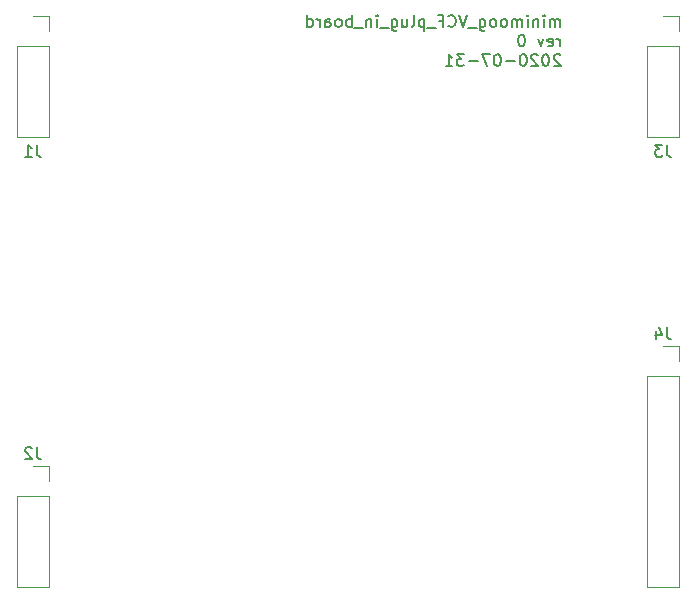
<source format=gbr>
G04 #@! TF.GenerationSoftware,KiCad,Pcbnew,5.1.6-c6e7f7d~87~ubuntu18.04.1*
G04 #@! TF.CreationDate,2020-08-02T08:38:56-04:00*
G04 #@! TF.ProjectId,minimoog_LPF,6d696e69-6d6f-46f6-975f-4c50462e6b69,0*
G04 #@! TF.SameCoordinates,Original*
G04 #@! TF.FileFunction,Legend,Bot*
G04 #@! TF.FilePolarity,Positive*
%FSLAX46Y46*%
G04 Gerber Fmt 4.6, Leading zero omitted, Abs format (unit mm)*
G04 Created by KiCad (PCBNEW 5.1.6-c6e7f7d~87~ubuntu18.04.1) date 2020-08-02 08:38:56*
%MOMM*%
%LPD*%
G01*
G04 APERTURE LIST*
%ADD10C,0.150000*%
%ADD11C,0.120000*%
G04 APERTURE END LIST*
D10*
X174137004Y-78380580D02*
X174137004Y-77713914D01*
X174137004Y-77809152D02*
X174089385Y-77761533D01*
X173994147Y-77713914D01*
X173851290Y-77713914D01*
X173756052Y-77761533D01*
X173708433Y-77856771D01*
X173708433Y-78380580D01*
X173708433Y-77856771D02*
X173660814Y-77761533D01*
X173565576Y-77713914D01*
X173422719Y-77713914D01*
X173327480Y-77761533D01*
X173279861Y-77856771D01*
X173279861Y-78380580D01*
X172803671Y-78380580D02*
X172803671Y-77713914D01*
X172803671Y-77380580D02*
X172851290Y-77428200D01*
X172803671Y-77475819D01*
X172756052Y-77428200D01*
X172803671Y-77380580D01*
X172803671Y-77475819D01*
X172327480Y-77713914D02*
X172327480Y-78380580D01*
X172327480Y-77809152D02*
X172279861Y-77761533D01*
X172184623Y-77713914D01*
X172041766Y-77713914D01*
X171946528Y-77761533D01*
X171898909Y-77856771D01*
X171898909Y-78380580D01*
X171422719Y-78380580D02*
X171422719Y-77713914D01*
X171422719Y-77380580D02*
X171470338Y-77428200D01*
X171422719Y-77475819D01*
X171375100Y-77428200D01*
X171422719Y-77380580D01*
X171422719Y-77475819D01*
X170946528Y-78380580D02*
X170946528Y-77713914D01*
X170946528Y-77809152D02*
X170898909Y-77761533D01*
X170803671Y-77713914D01*
X170660814Y-77713914D01*
X170565576Y-77761533D01*
X170517957Y-77856771D01*
X170517957Y-78380580D01*
X170517957Y-77856771D02*
X170470338Y-77761533D01*
X170375100Y-77713914D01*
X170232242Y-77713914D01*
X170137004Y-77761533D01*
X170089385Y-77856771D01*
X170089385Y-78380580D01*
X169470338Y-78380580D02*
X169565576Y-78332961D01*
X169613195Y-78285342D01*
X169660814Y-78190104D01*
X169660814Y-77904390D01*
X169613195Y-77809152D01*
X169565576Y-77761533D01*
X169470338Y-77713914D01*
X169327480Y-77713914D01*
X169232242Y-77761533D01*
X169184623Y-77809152D01*
X169137004Y-77904390D01*
X169137004Y-78190104D01*
X169184623Y-78285342D01*
X169232242Y-78332961D01*
X169327480Y-78380580D01*
X169470338Y-78380580D01*
X168565576Y-78380580D02*
X168660814Y-78332961D01*
X168708433Y-78285342D01*
X168756052Y-78190104D01*
X168756052Y-77904390D01*
X168708433Y-77809152D01*
X168660814Y-77761533D01*
X168565576Y-77713914D01*
X168422719Y-77713914D01*
X168327480Y-77761533D01*
X168279861Y-77809152D01*
X168232242Y-77904390D01*
X168232242Y-78190104D01*
X168279861Y-78285342D01*
X168327480Y-78332961D01*
X168422719Y-78380580D01*
X168565576Y-78380580D01*
X167375100Y-77713914D02*
X167375100Y-78523438D01*
X167422719Y-78618676D01*
X167470338Y-78666295D01*
X167565576Y-78713914D01*
X167708433Y-78713914D01*
X167803671Y-78666295D01*
X167375100Y-78332961D02*
X167470338Y-78380580D01*
X167660814Y-78380580D01*
X167756052Y-78332961D01*
X167803671Y-78285342D01*
X167851290Y-78190104D01*
X167851290Y-77904390D01*
X167803671Y-77809152D01*
X167756052Y-77761533D01*
X167660814Y-77713914D01*
X167470338Y-77713914D01*
X167375100Y-77761533D01*
X167137004Y-78475819D02*
X166375100Y-78475819D01*
X166279861Y-77380580D02*
X165946528Y-78380580D01*
X165613195Y-77380580D01*
X164708433Y-78285342D02*
X164756052Y-78332961D01*
X164898909Y-78380580D01*
X164994147Y-78380580D01*
X165137004Y-78332961D01*
X165232242Y-78237723D01*
X165279861Y-78142485D01*
X165327480Y-77952009D01*
X165327480Y-77809152D01*
X165279861Y-77618676D01*
X165232242Y-77523438D01*
X165137004Y-77428200D01*
X164994147Y-77380580D01*
X164898909Y-77380580D01*
X164756052Y-77428200D01*
X164708433Y-77475819D01*
X163946528Y-77856771D02*
X164279861Y-77856771D01*
X164279861Y-78380580D02*
X164279861Y-77380580D01*
X163803671Y-77380580D01*
X163660814Y-78475819D02*
X162898909Y-78475819D01*
X162660814Y-77713914D02*
X162660814Y-78713914D01*
X162660814Y-77761533D02*
X162565576Y-77713914D01*
X162375100Y-77713914D01*
X162279861Y-77761533D01*
X162232242Y-77809152D01*
X162184623Y-77904390D01*
X162184623Y-78190104D01*
X162232242Y-78285342D01*
X162279861Y-78332961D01*
X162375100Y-78380580D01*
X162565576Y-78380580D01*
X162660814Y-78332961D01*
X161613195Y-78380580D02*
X161708433Y-78332961D01*
X161756052Y-78237723D01*
X161756052Y-77380580D01*
X160803671Y-77713914D02*
X160803671Y-78380580D01*
X161232242Y-77713914D02*
X161232242Y-78237723D01*
X161184623Y-78332961D01*
X161089385Y-78380580D01*
X160946528Y-78380580D01*
X160851290Y-78332961D01*
X160803671Y-78285342D01*
X159898909Y-77713914D02*
X159898909Y-78523438D01*
X159946528Y-78618676D01*
X159994147Y-78666295D01*
X160089385Y-78713914D01*
X160232242Y-78713914D01*
X160327480Y-78666295D01*
X159898909Y-78332961D02*
X159994147Y-78380580D01*
X160184623Y-78380580D01*
X160279861Y-78332961D01*
X160327480Y-78285342D01*
X160375100Y-78190104D01*
X160375100Y-77904390D01*
X160327480Y-77809152D01*
X160279861Y-77761533D01*
X160184623Y-77713914D01*
X159994147Y-77713914D01*
X159898909Y-77761533D01*
X159660814Y-78475819D02*
X158898909Y-78475819D01*
X158660814Y-78380580D02*
X158660814Y-77713914D01*
X158660814Y-77380580D02*
X158708433Y-77428200D01*
X158660814Y-77475819D01*
X158613195Y-77428200D01*
X158660814Y-77380580D01*
X158660814Y-77475819D01*
X158184623Y-77713914D02*
X158184623Y-78380580D01*
X158184623Y-77809152D02*
X158137004Y-77761533D01*
X158041766Y-77713914D01*
X157898909Y-77713914D01*
X157803671Y-77761533D01*
X157756052Y-77856771D01*
X157756052Y-78380580D01*
X157517957Y-78475819D02*
X156756052Y-78475819D01*
X156517957Y-78380580D02*
X156517957Y-77380580D01*
X156517957Y-77761533D02*
X156422719Y-77713914D01*
X156232242Y-77713914D01*
X156137004Y-77761533D01*
X156089385Y-77809152D01*
X156041766Y-77904390D01*
X156041766Y-78190104D01*
X156089385Y-78285342D01*
X156137004Y-78332961D01*
X156232242Y-78380580D01*
X156422719Y-78380580D01*
X156517957Y-78332961D01*
X155470338Y-78380580D02*
X155565576Y-78332961D01*
X155613195Y-78285342D01*
X155660814Y-78190104D01*
X155660814Y-77904390D01*
X155613195Y-77809152D01*
X155565576Y-77761533D01*
X155470338Y-77713914D01*
X155327480Y-77713914D01*
X155232242Y-77761533D01*
X155184623Y-77809152D01*
X155137004Y-77904390D01*
X155137004Y-78190104D01*
X155184623Y-78285342D01*
X155232242Y-78332961D01*
X155327480Y-78380580D01*
X155470338Y-78380580D01*
X154279861Y-78380580D02*
X154279861Y-77856771D01*
X154327480Y-77761533D01*
X154422719Y-77713914D01*
X154613195Y-77713914D01*
X154708433Y-77761533D01*
X154279861Y-78332961D02*
X154375100Y-78380580D01*
X154613195Y-78380580D01*
X154708433Y-78332961D01*
X154756052Y-78237723D01*
X154756052Y-78142485D01*
X154708433Y-78047247D01*
X154613195Y-77999628D01*
X154375100Y-77999628D01*
X154279861Y-77952009D01*
X153803671Y-78380580D02*
X153803671Y-77713914D01*
X153803671Y-77904390D02*
X153756052Y-77809152D01*
X153708433Y-77761533D01*
X153613195Y-77713914D01*
X153517957Y-77713914D01*
X152756052Y-78380580D02*
X152756052Y-77380580D01*
X152756052Y-78332961D02*
X152851290Y-78380580D01*
X153041766Y-78380580D01*
X153137004Y-78332961D01*
X153184623Y-78285342D01*
X153232242Y-78190104D01*
X153232242Y-77904390D01*
X153184623Y-77809152D01*
X153137004Y-77761533D01*
X153041766Y-77713914D01*
X152851290Y-77713914D01*
X152756052Y-77761533D01*
X174137004Y-80030580D02*
X174137004Y-79363914D01*
X174137004Y-79554390D02*
X174089385Y-79459152D01*
X174041766Y-79411533D01*
X173946528Y-79363914D01*
X173851290Y-79363914D01*
X173137004Y-79982961D02*
X173232242Y-80030580D01*
X173422719Y-80030580D01*
X173517957Y-79982961D01*
X173565576Y-79887723D01*
X173565576Y-79506771D01*
X173517957Y-79411533D01*
X173422719Y-79363914D01*
X173232242Y-79363914D01*
X173137004Y-79411533D01*
X173089385Y-79506771D01*
X173089385Y-79602009D01*
X173565576Y-79697247D01*
X172756052Y-79363914D02*
X172517957Y-80030580D01*
X172279861Y-79363914D01*
X170946528Y-79030580D02*
X170851290Y-79030580D01*
X170756052Y-79078200D01*
X170708433Y-79125819D01*
X170660814Y-79221057D01*
X170613195Y-79411533D01*
X170613195Y-79649628D01*
X170660814Y-79840104D01*
X170708433Y-79935342D01*
X170756052Y-79982961D01*
X170851290Y-80030580D01*
X170946528Y-80030580D01*
X171041766Y-79982961D01*
X171089385Y-79935342D01*
X171137004Y-79840104D01*
X171184623Y-79649628D01*
X171184623Y-79411533D01*
X171137004Y-79221057D01*
X171089385Y-79125819D01*
X171041766Y-79078200D01*
X170946528Y-79030580D01*
X174184623Y-80775819D02*
X174137004Y-80728200D01*
X174041766Y-80680580D01*
X173803671Y-80680580D01*
X173708433Y-80728200D01*
X173660814Y-80775819D01*
X173613195Y-80871057D01*
X173613195Y-80966295D01*
X173660814Y-81109152D01*
X174232242Y-81680580D01*
X173613195Y-81680580D01*
X172994147Y-80680580D02*
X172898909Y-80680580D01*
X172803671Y-80728200D01*
X172756052Y-80775819D01*
X172708433Y-80871057D01*
X172660814Y-81061533D01*
X172660814Y-81299628D01*
X172708433Y-81490104D01*
X172756052Y-81585342D01*
X172803671Y-81632961D01*
X172898909Y-81680580D01*
X172994147Y-81680580D01*
X173089385Y-81632961D01*
X173137004Y-81585342D01*
X173184623Y-81490104D01*
X173232242Y-81299628D01*
X173232242Y-81061533D01*
X173184623Y-80871057D01*
X173137004Y-80775819D01*
X173089385Y-80728200D01*
X172994147Y-80680580D01*
X172279861Y-80775819D02*
X172232242Y-80728200D01*
X172137004Y-80680580D01*
X171898909Y-80680580D01*
X171803671Y-80728200D01*
X171756052Y-80775819D01*
X171708433Y-80871057D01*
X171708433Y-80966295D01*
X171756052Y-81109152D01*
X172327480Y-81680580D01*
X171708433Y-81680580D01*
X171089385Y-80680580D02*
X170994147Y-80680580D01*
X170898909Y-80728200D01*
X170851290Y-80775819D01*
X170803671Y-80871057D01*
X170756052Y-81061533D01*
X170756052Y-81299628D01*
X170803671Y-81490104D01*
X170851290Y-81585342D01*
X170898909Y-81632961D01*
X170994147Y-81680580D01*
X171089385Y-81680580D01*
X171184623Y-81632961D01*
X171232242Y-81585342D01*
X171279861Y-81490104D01*
X171327480Y-81299628D01*
X171327480Y-81061533D01*
X171279861Y-80871057D01*
X171232242Y-80775819D01*
X171184623Y-80728200D01*
X171089385Y-80680580D01*
X170327480Y-81299628D02*
X169565576Y-81299628D01*
X168898909Y-80680580D02*
X168803671Y-80680580D01*
X168708433Y-80728200D01*
X168660814Y-80775819D01*
X168613195Y-80871057D01*
X168565576Y-81061533D01*
X168565576Y-81299628D01*
X168613195Y-81490104D01*
X168660814Y-81585342D01*
X168708433Y-81632961D01*
X168803671Y-81680580D01*
X168898909Y-81680580D01*
X168994147Y-81632961D01*
X169041766Y-81585342D01*
X169089385Y-81490104D01*
X169137004Y-81299628D01*
X169137004Y-81061533D01*
X169089385Y-80871057D01*
X169041766Y-80775819D01*
X168994147Y-80728200D01*
X168898909Y-80680580D01*
X168232242Y-80680580D02*
X167565576Y-80680580D01*
X167994147Y-81680580D01*
X167184623Y-81299628D02*
X166422719Y-81299628D01*
X166041766Y-80680580D02*
X165422719Y-80680580D01*
X165756052Y-81061533D01*
X165613195Y-81061533D01*
X165517957Y-81109152D01*
X165470338Y-81156771D01*
X165422719Y-81252009D01*
X165422719Y-81490104D01*
X165470338Y-81585342D01*
X165517957Y-81632961D01*
X165613195Y-81680580D01*
X165898909Y-81680580D01*
X165994147Y-81632961D01*
X166041766Y-81585342D01*
X164470338Y-81680580D02*
X165041766Y-81680580D01*
X164756052Y-81680580D02*
X164756052Y-80680580D01*
X164851290Y-80823438D01*
X164946528Y-80918676D01*
X165041766Y-80966295D01*
D11*
X184210000Y-105350000D02*
X182880000Y-105350000D01*
X184210000Y-106680000D02*
X184210000Y-105350000D01*
X184210000Y-107950000D02*
X181550000Y-107950000D01*
X181550000Y-107950000D02*
X181550000Y-125790000D01*
X184210000Y-107950000D02*
X184210000Y-125790000D01*
X184210000Y-125790000D02*
X181550000Y-125790000D01*
X184210000Y-77410000D02*
X182880000Y-77410000D01*
X184210000Y-78740000D02*
X184210000Y-77410000D01*
X184210000Y-80010000D02*
X181550000Y-80010000D01*
X181550000Y-80010000D02*
X181550000Y-87690000D01*
X184210000Y-80010000D02*
X184210000Y-87690000D01*
X184210000Y-87690000D02*
X181550000Y-87690000D01*
X130870000Y-115510000D02*
X129540000Y-115510000D01*
X130870000Y-116840000D02*
X130870000Y-115510000D01*
X130870000Y-118110000D02*
X128210000Y-118110000D01*
X128210000Y-118110000D02*
X128210000Y-125790000D01*
X130870000Y-118110000D02*
X130870000Y-125790000D01*
X130870000Y-125790000D02*
X128210000Y-125790000D01*
X130870000Y-77410000D02*
X129540000Y-77410000D01*
X130870000Y-78740000D02*
X130870000Y-77410000D01*
X130870000Y-80010000D02*
X128210000Y-80010000D01*
X128210000Y-80010000D02*
X128210000Y-87690000D01*
X130870000Y-80010000D02*
X130870000Y-87690000D01*
X130870000Y-87690000D02*
X128210000Y-87690000D01*
D10*
X183213333Y-103802380D02*
X183213333Y-104516666D01*
X183260952Y-104659523D01*
X183356190Y-104754761D01*
X183499047Y-104802380D01*
X183594285Y-104802380D01*
X182308571Y-104135714D02*
X182308571Y-104802380D01*
X182546666Y-103754761D02*
X182784761Y-104469047D01*
X182165714Y-104469047D01*
X183213333Y-88352380D02*
X183213333Y-89066666D01*
X183260952Y-89209523D01*
X183356190Y-89304761D01*
X183499047Y-89352380D01*
X183594285Y-89352380D01*
X182832380Y-88352380D02*
X182213333Y-88352380D01*
X182546666Y-88733333D01*
X182403809Y-88733333D01*
X182308571Y-88780952D01*
X182260952Y-88828571D01*
X182213333Y-88923809D01*
X182213333Y-89161904D01*
X182260952Y-89257142D01*
X182308571Y-89304761D01*
X182403809Y-89352380D01*
X182689523Y-89352380D01*
X182784761Y-89304761D01*
X182832380Y-89257142D01*
X129873333Y-113962380D02*
X129873333Y-114676666D01*
X129920952Y-114819523D01*
X130016190Y-114914761D01*
X130159047Y-114962380D01*
X130254285Y-114962380D01*
X129444761Y-114057619D02*
X129397142Y-114010000D01*
X129301904Y-113962380D01*
X129063809Y-113962380D01*
X128968571Y-114010000D01*
X128920952Y-114057619D01*
X128873333Y-114152857D01*
X128873333Y-114248095D01*
X128920952Y-114390952D01*
X129492380Y-114962380D01*
X128873333Y-114962380D01*
X129873333Y-88352380D02*
X129873333Y-89066666D01*
X129920952Y-89209523D01*
X130016190Y-89304761D01*
X130159047Y-89352380D01*
X130254285Y-89352380D01*
X128873333Y-89352380D02*
X129444761Y-89352380D01*
X129159047Y-89352380D02*
X129159047Y-88352380D01*
X129254285Y-88495238D01*
X129349523Y-88590476D01*
X129444761Y-88638095D01*
M02*

</source>
